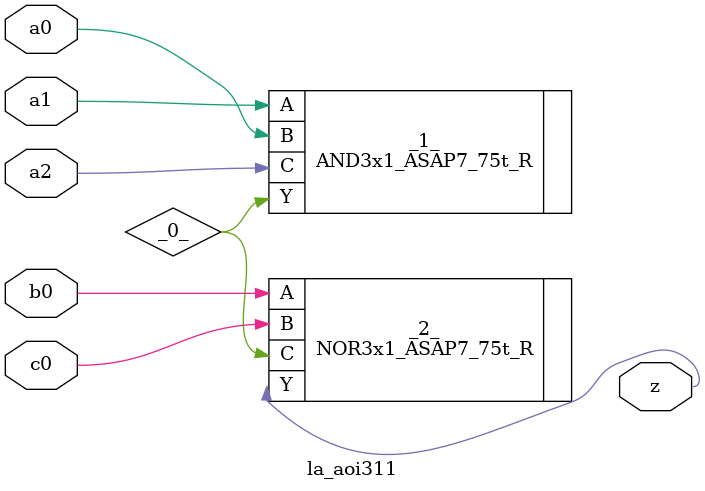
<source format=v>

/* Generated by Yosys 0.40 (git sha1 a1bb0255d, g++ 11.4.0-1ubuntu1~22.04 -fPIC -Os) */

module la_aoi311(a0, a1, a2, b0, c0, z);
  wire _0_;
  input a0;
  wire a0;
  input a1;
  wire a1;
  input a2;
  wire a2;
  input b0;
  wire b0;
  input c0;
  wire c0;
  output z;
  wire z;
  AND3x1_ASAP7_75t_R _1_ (
    .A(a1),
    .B(a0),
    .C(a2),
    .Y(_0_)
  );
  NOR3x1_ASAP7_75t_R _2_ (
    .A(b0),
    .B(c0),
    .C(_0_),
    .Y(z)
  );
endmodule

</source>
